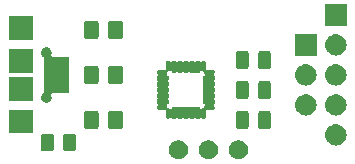
<source format=gbr>
G04 #@! TF.GenerationSoftware,KiCad,Pcbnew,5.0.2-bee76a0~70~ubuntu16.04.1*
G04 #@! TF.CreationDate,2019-07-30T14:22:58+02:00*
G04 #@! TF.ProjectId,hw-DAP42,68772d44-4150-4343-922e-6b696361645f,rev?*
G04 #@! TF.SameCoordinates,Original*
G04 #@! TF.FileFunction,Soldermask,Top*
G04 #@! TF.FilePolarity,Negative*
%FSLAX46Y46*%
G04 Gerber Fmt 4.6, Leading zero omitted, Abs format (unit mm)*
G04 Created by KiCad (PCBNEW 5.0.2-bee76a0~70~ubuntu16.04.1) date Tue 30 Jul 2019 02:22:58 PM CEST*
%MOMM*%
%LPD*%
G01*
G04 APERTURE LIST*
%ADD10C,0.100000*%
G04 APERTURE END LIST*
D10*
G36*
X152002142Y-94468242D02*
X152150102Y-94529530D01*
X152217130Y-94574317D01*
X152283257Y-94618501D01*
X152396499Y-94731743D01*
X152397191Y-94732779D01*
X152485470Y-94864898D01*
X152546758Y-95012858D01*
X152578000Y-95169925D01*
X152578000Y-95330075D01*
X152546758Y-95487142D01*
X152485470Y-95635102D01*
X152396498Y-95768258D01*
X152283258Y-95881498D01*
X152150102Y-95970470D01*
X152002142Y-96031758D01*
X151845075Y-96063000D01*
X151684925Y-96063000D01*
X151527858Y-96031758D01*
X151379898Y-95970470D01*
X151246742Y-95881498D01*
X151133502Y-95768258D01*
X151044530Y-95635102D01*
X150983242Y-95487142D01*
X150952000Y-95330075D01*
X150952000Y-95169925D01*
X150983242Y-95012858D01*
X151044530Y-94864898D01*
X151132809Y-94732779D01*
X151133501Y-94731743D01*
X151246743Y-94618501D01*
X151312870Y-94574317D01*
X151379898Y-94529530D01*
X151527858Y-94468242D01*
X151684925Y-94437000D01*
X151845075Y-94437000D01*
X152002142Y-94468242D01*
X152002142Y-94468242D01*
G37*
G36*
X157082142Y-94468242D02*
X157230102Y-94529530D01*
X157297130Y-94574317D01*
X157363257Y-94618501D01*
X157476499Y-94731743D01*
X157477191Y-94732779D01*
X157565470Y-94864898D01*
X157626758Y-95012858D01*
X157658000Y-95169925D01*
X157658000Y-95330075D01*
X157626758Y-95487142D01*
X157565470Y-95635102D01*
X157476498Y-95768258D01*
X157363258Y-95881498D01*
X157230102Y-95970470D01*
X157082142Y-96031758D01*
X156925075Y-96063000D01*
X156764925Y-96063000D01*
X156607858Y-96031758D01*
X156459898Y-95970470D01*
X156326742Y-95881498D01*
X156213502Y-95768258D01*
X156124530Y-95635102D01*
X156063242Y-95487142D01*
X156032000Y-95330075D01*
X156032000Y-95169925D01*
X156063242Y-95012858D01*
X156124530Y-94864898D01*
X156212809Y-94732779D01*
X156213501Y-94731743D01*
X156326743Y-94618501D01*
X156392870Y-94574317D01*
X156459898Y-94529530D01*
X156607858Y-94468242D01*
X156764925Y-94437000D01*
X156925075Y-94437000D01*
X157082142Y-94468242D01*
X157082142Y-94468242D01*
G37*
G36*
X154542142Y-94468242D02*
X154690102Y-94529530D01*
X154757130Y-94574317D01*
X154823257Y-94618501D01*
X154936499Y-94731743D01*
X154937191Y-94732779D01*
X155025470Y-94864898D01*
X155086758Y-95012858D01*
X155118000Y-95169925D01*
X155118000Y-95330075D01*
X155086758Y-95487142D01*
X155025470Y-95635102D01*
X154936498Y-95768258D01*
X154823258Y-95881498D01*
X154690102Y-95970470D01*
X154542142Y-96031758D01*
X154385075Y-96063000D01*
X154224925Y-96063000D01*
X154067858Y-96031758D01*
X153919898Y-95970470D01*
X153786742Y-95881498D01*
X153673502Y-95768258D01*
X153584530Y-95635102D01*
X153523242Y-95487142D01*
X153492000Y-95330075D01*
X153492000Y-95169925D01*
X153523242Y-95012858D01*
X153584530Y-94864898D01*
X153672809Y-94732779D01*
X153673501Y-94731743D01*
X153786743Y-94618501D01*
X153852870Y-94574317D01*
X153919898Y-94529530D01*
X154067858Y-94468242D01*
X154224925Y-94437000D01*
X154385075Y-94437000D01*
X154542142Y-94468242D01*
X154542142Y-94468242D01*
G37*
G36*
X142914466Y-93868565D02*
X142953137Y-93880296D01*
X142988779Y-93899348D01*
X143020017Y-93924983D01*
X143045652Y-93956221D01*
X143064704Y-93991863D01*
X143076435Y-94030534D01*
X143081000Y-94076888D01*
X143081000Y-95153112D01*
X143076435Y-95199466D01*
X143064704Y-95238137D01*
X143045652Y-95273779D01*
X143020017Y-95305017D01*
X142988779Y-95330652D01*
X142953137Y-95349704D01*
X142914466Y-95361435D01*
X142868112Y-95366000D01*
X142216888Y-95366000D01*
X142170534Y-95361435D01*
X142131863Y-95349704D01*
X142096221Y-95330652D01*
X142064983Y-95305017D01*
X142039348Y-95273779D01*
X142020296Y-95238137D01*
X142008565Y-95199466D01*
X142004000Y-95153112D01*
X142004000Y-94076888D01*
X142008565Y-94030534D01*
X142020296Y-93991863D01*
X142039348Y-93956221D01*
X142064983Y-93924983D01*
X142096221Y-93899348D01*
X142131863Y-93880296D01*
X142170534Y-93868565D01*
X142216888Y-93864000D01*
X142868112Y-93864000D01*
X142914466Y-93868565D01*
X142914466Y-93868565D01*
G37*
G36*
X141039466Y-93868565D02*
X141078137Y-93880296D01*
X141113779Y-93899348D01*
X141145017Y-93924983D01*
X141170652Y-93956221D01*
X141189704Y-93991863D01*
X141201435Y-94030534D01*
X141206000Y-94076888D01*
X141206000Y-95153112D01*
X141201435Y-95199466D01*
X141189704Y-95238137D01*
X141170652Y-95273779D01*
X141145017Y-95305017D01*
X141113779Y-95330652D01*
X141078137Y-95349704D01*
X141039466Y-95361435D01*
X140993112Y-95366000D01*
X140341888Y-95366000D01*
X140295534Y-95361435D01*
X140256863Y-95349704D01*
X140221221Y-95330652D01*
X140189983Y-95305017D01*
X140164348Y-95273779D01*
X140145296Y-95238137D01*
X140133565Y-95199466D01*
X140129000Y-95153112D01*
X140129000Y-94076888D01*
X140133565Y-94030534D01*
X140145296Y-93991863D01*
X140164348Y-93956221D01*
X140189983Y-93924983D01*
X140221221Y-93899348D01*
X140256863Y-93880296D01*
X140295534Y-93868565D01*
X140341888Y-93864000D01*
X140993112Y-93864000D01*
X141039466Y-93868565D01*
X141039466Y-93868565D01*
G37*
G36*
X165210443Y-93085519D02*
X165276627Y-93092037D01*
X165389853Y-93126384D01*
X165446467Y-93143557D01*
X165531160Y-93188827D01*
X165602991Y-93227222D01*
X165628445Y-93248112D01*
X165740186Y-93339814D01*
X165810630Y-93425652D01*
X165852778Y-93477009D01*
X165852779Y-93477011D01*
X165936443Y-93633533D01*
X165936443Y-93633534D01*
X165987963Y-93803373D01*
X166005359Y-93980000D01*
X165987963Y-94156627D01*
X165953616Y-94269853D01*
X165936443Y-94326467D01*
X165877361Y-94437000D01*
X165852778Y-94482991D01*
X165823448Y-94518729D01*
X165740186Y-94620186D01*
X165638729Y-94703448D01*
X165602991Y-94732778D01*
X165602989Y-94732779D01*
X165446467Y-94816443D01*
X165389853Y-94833616D01*
X165276627Y-94867963D01*
X165210443Y-94874481D01*
X165144260Y-94881000D01*
X165055740Y-94881000D01*
X164989557Y-94874481D01*
X164923373Y-94867963D01*
X164810147Y-94833616D01*
X164753533Y-94816443D01*
X164597011Y-94732779D01*
X164597009Y-94732778D01*
X164561271Y-94703448D01*
X164459814Y-94620186D01*
X164376552Y-94518729D01*
X164347222Y-94482991D01*
X164322639Y-94437000D01*
X164263557Y-94326467D01*
X164246384Y-94269853D01*
X164212037Y-94156627D01*
X164194641Y-93980000D01*
X164212037Y-93803373D01*
X164263557Y-93633534D01*
X164263557Y-93633533D01*
X164347221Y-93477011D01*
X164347222Y-93477009D01*
X164389370Y-93425652D01*
X164459814Y-93339814D01*
X164571555Y-93248112D01*
X164597009Y-93227222D01*
X164668840Y-93188827D01*
X164753533Y-93143557D01*
X164810147Y-93126384D01*
X164923373Y-93092037D01*
X164989557Y-93085519D01*
X165055740Y-93079000D01*
X165144260Y-93079000D01*
X165210443Y-93085519D01*
X165210443Y-93085519D01*
G37*
G36*
X139429690Y-93849390D02*
X137430310Y-93849390D01*
X137430310Y-91850010D01*
X139429690Y-91850010D01*
X139429690Y-93849390D01*
X139429690Y-93849390D01*
G37*
G36*
X146903677Y-91963465D02*
X146941364Y-91974898D01*
X146976103Y-91993466D01*
X147006548Y-92018452D01*
X147031534Y-92048897D01*
X147050102Y-92083636D01*
X147061535Y-92121323D01*
X147066000Y-92166661D01*
X147066000Y-93253339D01*
X147061535Y-93298677D01*
X147050102Y-93336364D01*
X147031534Y-93371103D01*
X147006548Y-93401548D01*
X146976103Y-93426534D01*
X146941364Y-93445102D01*
X146903677Y-93456535D01*
X146858339Y-93461000D01*
X146021661Y-93461000D01*
X145976323Y-93456535D01*
X145938636Y-93445102D01*
X145903897Y-93426534D01*
X145873452Y-93401548D01*
X145848466Y-93371103D01*
X145829898Y-93336364D01*
X145818465Y-93298677D01*
X145814000Y-93253339D01*
X145814000Y-92166661D01*
X145818465Y-92121323D01*
X145829898Y-92083636D01*
X145848466Y-92048897D01*
X145873452Y-92018452D01*
X145903897Y-91993466D01*
X145938636Y-91974898D01*
X145976323Y-91963465D01*
X146021661Y-91959000D01*
X146858339Y-91959000D01*
X146903677Y-91963465D01*
X146903677Y-91963465D01*
G37*
G36*
X159424466Y-91963565D02*
X159463137Y-91975296D01*
X159498779Y-91994348D01*
X159530017Y-92019983D01*
X159555652Y-92051221D01*
X159574704Y-92086863D01*
X159586435Y-92125534D01*
X159591000Y-92171888D01*
X159591000Y-93248112D01*
X159586435Y-93294466D01*
X159574704Y-93333137D01*
X159555652Y-93368779D01*
X159530017Y-93400017D01*
X159498779Y-93425652D01*
X159463137Y-93444704D01*
X159424466Y-93456435D01*
X159378112Y-93461000D01*
X158726888Y-93461000D01*
X158680534Y-93456435D01*
X158641863Y-93444704D01*
X158606221Y-93425652D01*
X158574983Y-93400017D01*
X158549348Y-93368779D01*
X158530296Y-93333137D01*
X158518565Y-93294466D01*
X158514000Y-93248112D01*
X158514000Y-92171888D01*
X158518565Y-92125534D01*
X158530296Y-92086863D01*
X158549348Y-92051221D01*
X158574983Y-92019983D01*
X158606221Y-91994348D01*
X158641863Y-91975296D01*
X158680534Y-91963565D01*
X158726888Y-91959000D01*
X159378112Y-91959000D01*
X159424466Y-91963565D01*
X159424466Y-91963565D01*
G37*
G36*
X157549466Y-91963565D02*
X157588137Y-91975296D01*
X157623779Y-91994348D01*
X157655017Y-92019983D01*
X157680652Y-92051221D01*
X157699704Y-92086863D01*
X157711435Y-92125534D01*
X157716000Y-92171888D01*
X157716000Y-93248112D01*
X157711435Y-93294466D01*
X157699704Y-93333137D01*
X157680652Y-93368779D01*
X157655017Y-93400017D01*
X157623779Y-93425652D01*
X157588137Y-93444704D01*
X157549466Y-93456435D01*
X157503112Y-93461000D01*
X156851888Y-93461000D01*
X156805534Y-93456435D01*
X156766863Y-93444704D01*
X156731221Y-93425652D01*
X156699983Y-93400017D01*
X156674348Y-93368779D01*
X156655296Y-93333137D01*
X156643565Y-93294466D01*
X156639000Y-93248112D01*
X156639000Y-92171888D01*
X156643565Y-92125534D01*
X156655296Y-92086863D01*
X156674348Y-92051221D01*
X156699983Y-92019983D01*
X156731221Y-91994348D01*
X156766863Y-91975296D01*
X156805534Y-91963565D01*
X156851888Y-91959000D01*
X157503112Y-91959000D01*
X157549466Y-91963565D01*
X157549466Y-91963565D01*
G37*
G36*
X144853677Y-91963465D02*
X144891364Y-91974898D01*
X144926103Y-91993466D01*
X144956548Y-92018452D01*
X144981534Y-92048897D01*
X145000102Y-92083636D01*
X145011535Y-92121323D01*
X145016000Y-92166661D01*
X145016000Y-93253339D01*
X145011535Y-93298677D01*
X145000102Y-93336364D01*
X144981534Y-93371103D01*
X144956548Y-93401548D01*
X144926103Y-93426534D01*
X144891364Y-93445102D01*
X144853677Y-93456535D01*
X144808339Y-93461000D01*
X143971661Y-93461000D01*
X143926323Y-93456535D01*
X143888636Y-93445102D01*
X143853897Y-93426534D01*
X143823452Y-93401548D01*
X143798466Y-93371103D01*
X143779898Y-93336364D01*
X143768465Y-93298677D01*
X143764000Y-93253339D01*
X143764000Y-92166661D01*
X143768465Y-92121323D01*
X143779898Y-92083636D01*
X143798466Y-92048897D01*
X143823452Y-92018452D01*
X143853897Y-91993466D01*
X143888636Y-91974898D01*
X143926323Y-91963465D01*
X143971661Y-91959000D01*
X144808339Y-91959000D01*
X144853677Y-91963465D01*
X144853677Y-91963465D01*
G37*
G36*
X150987880Y-87743686D02*
X151007991Y-87747685D01*
X151012083Y-87749380D01*
X151012093Y-87749383D01*
X151021381Y-87753230D01*
X151021392Y-87753236D01*
X151025482Y-87754930D01*
X151041195Y-87765430D01*
X151042315Y-87766550D01*
X151061257Y-87782096D01*
X151082868Y-87793647D01*
X151106317Y-87800760D01*
X151130703Y-87803162D01*
X151155089Y-87800760D01*
X151178538Y-87793647D01*
X151200149Y-87782096D01*
X151219091Y-87766550D01*
X151227331Y-87757459D01*
X151231895Y-87751897D01*
X151235670Y-87748800D01*
X151239972Y-87746500D01*
X151244643Y-87745083D01*
X151255641Y-87744000D01*
X151544359Y-87744000D01*
X151555357Y-87745083D01*
X151560028Y-87746500D01*
X151564330Y-87748800D01*
X151570705Y-87754031D01*
X151591080Y-87767644D01*
X151613719Y-87777020D01*
X151637753Y-87781800D01*
X151662257Y-87781799D01*
X151686291Y-87777017D01*
X151708929Y-87767639D01*
X151729295Y-87754031D01*
X151735670Y-87748800D01*
X151739972Y-87746500D01*
X151744643Y-87745083D01*
X151755641Y-87744000D01*
X152044359Y-87744000D01*
X152055357Y-87745083D01*
X152060028Y-87746500D01*
X152064330Y-87748800D01*
X152070705Y-87754031D01*
X152091080Y-87767644D01*
X152113719Y-87777020D01*
X152137753Y-87781800D01*
X152162257Y-87781799D01*
X152186291Y-87777017D01*
X152208929Y-87767639D01*
X152229295Y-87754031D01*
X152235670Y-87748800D01*
X152239972Y-87746500D01*
X152244643Y-87745083D01*
X152255641Y-87744000D01*
X152544359Y-87744000D01*
X152555357Y-87745083D01*
X152560028Y-87746500D01*
X152564330Y-87748800D01*
X152570705Y-87754031D01*
X152591080Y-87767644D01*
X152613719Y-87777020D01*
X152637753Y-87781800D01*
X152662257Y-87781799D01*
X152686291Y-87777017D01*
X152708929Y-87767639D01*
X152729295Y-87754031D01*
X152735670Y-87748800D01*
X152739972Y-87746500D01*
X152744643Y-87745083D01*
X152755641Y-87744000D01*
X153044359Y-87744000D01*
X153055357Y-87745083D01*
X153060028Y-87746500D01*
X153064330Y-87748800D01*
X153070705Y-87754031D01*
X153091080Y-87767644D01*
X153113719Y-87777020D01*
X153137753Y-87781800D01*
X153162257Y-87781799D01*
X153186291Y-87777017D01*
X153208929Y-87767639D01*
X153229295Y-87754031D01*
X153235670Y-87748800D01*
X153239972Y-87746500D01*
X153244643Y-87745083D01*
X153255641Y-87744000D01*
X153544359Y-87744000D01*
X153555357Y-87745083D01*
X153560028Y-87746500D01*
X153564330Y-87748800D01*
X153568105Y-87751897D01*
X153572669Y-87757459D01*
X153589996Y-87774787D01*
X153610370Y-87788401D01*
X153633009Y-87797779D01*
X153657043Y-87802560D01*
X153681547Y-87802560D01*
X153705580Y-87797780D01*
X153728220Y-87788403D01*
X153748594Y-87774790D01*
X153757685Y-87766550D01*
X153758805Y-87765430D01*
X153774518Y-87754930D01*
X153778608Y-87753236D01*
X153778619Y-87753230D01*
X153787907Y-87749383D01*
X153787917Y-87749380D01*
X153792009Y-87747685D01*
X153812120Y-87743686D01*
X153823061Y-87743148D01*
X153976939Y-87743148D01*
X153987880Y-87743686D01*
X154007991Y-87747685D01*
X154012083Y-87749380D01*
X154012093Y-87749383D01*
X154021381Y-87753230D01*
X154021392Y-87753236D01*
X154025482Y-87754930D01*
X154041195Y-87765430D01*
X154054570Y-87778805D01*
X154065070Y-87794518D01*
X154066764Y-87798608D01*
X154066770Y-87798619D01*
X154070617Y-87807907D01*
X154070620Y-87807917D01*
X154072315Y-87812009D01*
X154076314Y-87832120D01*
X154076852Y-87843061D01*
X154076852Y-88368148D01*
X154079254Y-88392534D01*
X154086367Y-88415983D01*
X154097918Y-88437594D01*
X154113464Y-88456536D01*
X154132406Y-88472082D01*
X154154017Y-88483633D01*
X154177466Y-88490746D01*
X154201852Y-88493148D01*
X154726939Y-88493148D01*
X154737880Y-88493686D01*
X154757991Y-88497685D01*
X154762083Y-88499380D01*
X154762093Y-88499383D01*
X154771381Y-88503230D01*
X154771392Y-88503236D01*
X154775482Y-88504930D01*
X154791195Y-88515430D01*
X154804570Y-88528805D01*
X154815070Y-88544518D01*
X154816764Y-88548608D01*
X154816770Y-88548619D01*
X154820617Y-88557907D01*
X154820620Y-88557917D01*
X154822315Y-88562009D01*
X154826314Y-88582120D01*
X154826852Y-88593061D01*
X154826852Y-88746939D01*
X154826314Y-88757880D01*
X154822315Y-88777991D01*
X154820620Y-88782083D01*
X154820617Y-88782093D01*
X154816770Y-88791381D01*
X154816764Y-88791392D01*
X154815070Y-88795482D01*
X154804570Y-88811195D01*
X154803450Y-88812315D01*
X154787904Y-88831257D01*
X154776353Y-88852868D01*
X154769240Y-88876317D01*
X154766838Y-88900703D01*
X154769240Y-88925089D01*
X154776353Y-88948538D01*
X154787904Y-88970149D01*
X154803450Y-88989091D01*
X154812541Y-88997331D01*
X154818103Y-89001895D01*
X154821200Y-89005670D01*
X154823500Y-89009972D01*
X154824917Y-89014643D01*
X154826000Y-89025641D01*
X154826000Y-89314359D01*
X154824917Y-89325357D01*
X154823500Y-89330028D01*
X154821200Y-89334330D01*
X154815969Y-89340705D01*
X154802356Y-89361080D01*
X154792980Y-89383719D01*
X154788200Y-89407753D01*
X154788201Y-89432257D01*
X154792983Y-89456291D01*
X154802361Y-89478929D01*
X154815969Y-89499295D01*
X154821200Y-89505670D01*
X154823500Y-89509972D01*
X154824917Y-89514643D01*
X154826000Y-89525641D01*
X154826000Y-89814359D01*
X154824917Y-89825357D01*
X154823500Y-89830028D01*
X154821200Y-89834330D01*
X154815969Y-89840705D01*
X154802356Y-89861080D01*
X154792980Y-89883719D01*
X154788200Y-89907753D01*
X154788201Y-89932257D01*
X154792983Y-89956291D01*
X154802361Y-89978929D01*
X154815969Y-89999295D01*
X154821200Y-90005670D01*
X154823500Y-90009972D01*
X154824917Y-90014643D01*
X154826000Y-90025641D01*
X154826000Y-90314359D01*
X154824917Y-90325357D01*
X154823500Y-90330028D01*
X154821200Y-90334330D01*
X154815969Y-90340705D01*
X154802356Y-90361080D01*
X154792980Y-90383719D01*
X154788200Y-90407753D01*
X154788201Y-90432257D01*
X154792983Y-90456291D01*
X154802361Y-90478929D01*
X154815969Y-90499295D01*
X154821200Y-90505670D01*
X154823500Y-90509972D01*
X154824917Y-90514643D01*
X154826000Y-90525641D01*
X154826000Y-90814359D01*
X154824917Y-90825357D01*
X154823500Y-90830028D01*
X154821200Y-90834330D01*
X154815969Y-90840705D01*
X154802356Y-90861080D01*
X154792980Y-90883719D01*
X154788200Y-90907753D01*
X154788201Y-90932257D01*
X154792983Y-90956291D01*
X154802361Y-90978929D01*
X154815969Y-90999295D01*
X154821200Y-91005670D01*
X154823500Y-91009972D01*
X154824917Y-91014643D01*
X154826000Y-91025641D01*
X154826000Y-91314359D01*
X154824917Y-91325357D01*
X154823500Y-91330028D01*
X154821200Y-91334330D01*
X154818103Y-91338105D01*
X154812541Y-91342669D01*
X154795213Y-91359996D01*
X154781599Y-91380370D01*
X154772221Y-91403009D01*
X154767440Y-91427043D01*
X154767440Y-91451547D01*
X154772220Y-91475580D01*
X154781597Y-91498220D01*
X154795210Y-91518594D01*
X154803450Y-91527685D01*
X154804570Y-91528805D01*
X154815070Y-91544518D01*
X154816764Y-91548608D01*
X154816770Y-91548619D01*
X154820617Y-91557907D01*
X154820620Y-91557917D01*
X154822315Y-91562009D01*
X154826314Y-91582120D01*
X154826852Y-91593061D01*
X154826852Y-91746939D01*
X154826314Y-91757880D01*
X154822315Y-91777991D01*
X154820620Y-91782083D01*
X154820617Y-91782093D01*
X154816770Y-91791381D01*
X154816764Y-91791392D01*
X154815070Y-91795482D01*
X154804570Y-91811195D01*
X154791195Y-91824570D01*
X154775482Y-91835070D01*
X154771392Y-91836764D01*
X154771381Y-91836770D01*
X154762093Y-91840617D01*
X154762083Y-91840620D01*
X154757991Y-91842315D01*
X154737880Y-91846314D01*
X154726939Y-91846852D01*
X154201852Y-91846852D01*
X154177466Y-91849254D01*
X154154017Y-91856367D01*
X154132406Y-91867918D01*
X154113464Y-91883464D01*
X154097918Y-91902406D01*
X154086367Y-91924017D01*
X154079254Y-91947466D01*
X154076852Y-91971852D01*
X154076852Y-92496939D01*
X154076314Y-92507880D01*
X154072315Y-92527991D01*
X154070620Y-92532083D01*
X154070617Y-92532093D01*
X154066770Y-92541381D01*
X154066764Y-92541392D01*
X154065070Y-92545482D01*
X154054570Y-92561195D01*
X154041195Y-92574570D01*
X154025482Y-92585070D01*
X154021392Y-92586764D01*
X154021381Y-92586770D01*
X154012093Y-92590617D01*
X154012083Y-92590620D01*
X154007991Y-92592315D01*
X153987880Y-92596314D01*
X153976939Y-92596852D01*
X153823061Y-92596852D01*
X153812120Y-92596314D01*
X153792009Y-92592315D01*
X153787917Y-92590620D01*
X153787907Y-92590617D01*
X153778619Y-92586770D01*
X153778608Y-92586764D01*
X153774518Y-92585070D01*
X153758805Y-92574570D01*
X153757685Y-92573450D01*
X153738743Y-92557904D01*
X153717132Y-92546353D01*
X153693683Y-92539240D01*
X153669297Y-92536838D01*
X153644911Y-92539240D01*
X153621462Y-92546353D01*
X153599851Y-92557904D01*
X153580909Y-92573450D01*
X153572669Y-92582541D01*
X153568105Y-92588103D01*
X153564330Y-92591200D01*
X153560028Y-92593500D01*
X153555357Y-92594917D01*
X153544359Y-92596000D01*
X153255641Y-92596000D01*
X153244643Y-92594917D01*
X153239972Y-92593500D01*
X153235670Y-92591200D01*
X153229295Y-92585969D01*
X153208920Y-92572356D01*
X153186281Y-92562980D01*
X153162247Y-92558200D01*
X153137743Y-92558201D01*
X153113709Y-92562983D01*
X153091071Y-92572361D01*
X153070705Y-92585969D01*
X153064330Y-92591200D01*
X153060028Y-92593500D01*
X153055357Y-92594917D01*
X153044359Y-92596000D01*
X152755641Y-92596000D01*
X152744643Y-92594917D01*
X152739972Y-92593500D01*
X152735670Y-92591200D01*
X152729295Y-92585969D01*
X152708920Y-92572356D01*
X152686281Y-92562980D01*
X152662247Y-92558200D01*
X152637743Y-92558201D01*
X152613709Y-92562983D01*
X152591071Y-92572361D01*
X152570705Y-92585969D01*
X152564330Y-92591200D01*
X152560028Y-92593500D01*
X152555357Y-92594917D01*
X152544359Y-92596000D01*
X152255641Y-92596000D01*
X152244643Y-92594917D01*
X152239972Y-92593500D01*
X152235670Y-92591200D01*
X152229295Y-92585969D01*
X152208920Y-92572356D01*
X152186281Y-92562980D01*
X152162247Y-92558200D01*
X152137743Y-92558201D01*
X152113709Y-92562983D01*
X152091071Y-92572361D01*
X152070705Y-92585969D01*
X152064330Y-92591200D01*
X152060028Y-92593500D01*
X152055357Y-92594917D01*
X152044359Y-92596000D01*
X151755641Y-92596000D01*
X151744643Y-92594917D01*
X151739972Y-92593500D01*
X151735670Y-92591200D01*
X151729295Y-92585969D01*
X151708920Y-92572356D01*
X151686281Y-92562980D01*
X151662247Y-92558200D01*
X151637743Y-92558201D01*
X151613709Y-92562983D01*
X151591071Y-92572361D01*
X151570705Y-92585969D01*
X151564330Y-92591200D01*
X151560028Y-92593500D01*
X151555357Y-92594917D01*
X151544359Y-92596000D01*
X151255641Y-92596000D01*
X151244643Y-92594917D01*
X151239972Y-92593500D01*
X151235670Y-92591200D01*
X151231895Y-92588103D01*
X151227331Y-92582541D01*
X151210004Y-92565213D01*
X151189630Y-92551599D01*
X151166991Y-92542221D01*
X151142957Y-92537440D01*
X151118453Y-92537440D01*
X151094420Y-92542220D01*
X151071780Y-92551597D01*
X151051406Y-92565210D01*
X151042315Y-92573450D01*
X151041195Y-92574570D01*
X151025482Y-92585070D01*
X151021392Y-92586764D01*
X151021381Y-92586770D01*
X151012093Y-92590617D01*
X151012083Y-92590620D01*
X151007991Y-92592315D01*
X150987880Y-92596314D01*
X150976939Y-92596852D01*
X150823061Y-92596852D01*
X150812120Y-92596314D01*
X150792009Y-92592315D01*
X150787917Y-92590620D01*
X150787907Y-92590617D01*
X150778619Y-92586770D01*
X150778608Y-92586764D01*
X150774518Y-92585070D01*
X150758805Y-92574570D01*
X150745430Y-92561195D01*
X150734930Y-92545482D01*
X150733236Y-92541392D01*
X150733230Y-92541381D01*
X150729383Y-92532093D01*
X150729380Y-92532083D01*
X150727685Y-92527991D01*
X150723686Y-92507880D01*
X150723148Y-92496939D01*
X150723148Y-91971852D01*
X150720746Y-91947466D01*
X150713633Y-91924017D01*
X150702082Y-91902406D01*
X150686536Y-91883464D01*
X150667594Y-91867918D01*
X150645983Y-91856367D01*
X150622534Y-91849254D01*
X150598148Y-91846852D01*
X150073061Y-91846852D01*
X150062120Y-91846314D01*
X150042009Y-91842315D01*
X150037917Y-91840620D01*
X150037907Y-91840617D01*
X150028619Y-91836770D01*
X150028608Y-91836764D01*
X150024518Y-91835070D01*
X150008805Y-91824570D01*
X149995430Y-91811195D01*
X149984930Y-91795482D01*
X149983236Y-91791392D01*
X149983230Y-91791381D01*
X149979383Y-91782093D01*
X149979380Y-91782083D01*
X149977685Y-91777991D01*
X149973686Y-91757880D01*
X149973148Y-91746939D01*
X149973148Y-91593061D01*
X149973686Y-91582120D01*
X149977685Y-91562009D01*
X149979380Y-91557917D01*
X149979383Y-91557907D01*
X149983230Y-91548619D01*
X149983236Y-91548608D01*
X149984930Y-91544518D01*
X149995430Y-91528805D01*
X149996550Y-91527685D01*
X150012096Y-91508743D01*
X150023647Y-91487132D01*
X150030760Y-91463683D01*
X150033162Y-91439297D01*
X150030760Y-91414911D01*
X150023647Y-91391462D01*
X150012096Y-91369851D01*
X149996550Y-91350909D01*
X149987459Y-91342669D01*
X149981897Y-91338105D01*
X149978800Y-91334330D01*
X149976500Y-91330028D01*
X149975083Y-91325357D01*
X149974000Y-91314359D01*
X149974000Y-91025641D01*
X149975083Y-91014643D01*
X149976500Y-91009972D01*
X149978800Y-91005670D01*
X149984031Y-90999295D01*
X149997644Y-90978920D01*
X150007020Y-90956281D01*
X150011800Y-90932247D01*
X150011799Y-90907743D01*
X150007017Y-90883709D01*
X149997639Y-90861071D01*
X149984031Y-90840705D01*
X149978800Y-90834330D01*
X149976500Y-90830028D01*
X149975083Y-90825357D01*
X149974000Y-90814359D01*
X149974000Y-90525641D01*
X149975083Y-90514643D01*
X149976500Y-90509972D01*
X149978800Y-90505670D01*
X149984031Y-90499295D01*
X149997644Y-90478920D01*
X150007020Y-90456281D01*
X150011800Y-90432247D01*
X150011799Y-90407743D01*
X150007017Y-90383709D01*
X149997639Y-90361071D01*
X149984031Y-90340705D01*
X149978800Y-90334330D01*
X149976500Y-90330028D01*
X149975083Y-90325357D01*
X149974000Y-90314359D01*
X149974000Y-90025641D01*
X149975083Y-90014643D01*
X149976500Y-90009972D01*
X149978800Y-90005670D01*
X149984031Y-89999295D01*
X149997644Y-89978920D01*
X150007020Y-89956281D01*
X150011800Y-89932247D01*
X150011799Y-89907743D01*
X150007017Y-89883709D01*
X149997639Y-89861071D01*
X149984031Y-89840705D01*
X149978800Y-89834330D01*
X149976500Y-89830028D01*
X149975083Y-89825357D01*
X149974000Y-89814359D01*
X149974000Y-89525641D01*
X149975083Y-89514643D01*
X149976500Y-89509972D01*
X149978800Y-89505670D01*
X149984031Y-89499295D01*
X149997644Y-89478920D01*
X150007020Y-89456281D01*
X150011800Y-89432247D01*
X150011799Y-89407743D01*
X150007017Y-89383709D01*
X149997639Y-89361071D01*
X149984031Y-89340705D01*
X149978800Y-89334330D01*
X149976500Y-89330028D01*
X149975083Y-89325357D01*
X149974000Y-89314359D01*
X149974000Y-89025641D01*
X149975083Y-89014643D01*
X149976500Y-89009972D01*
X149978800Y-89005670D01*
X149981897Y-89001895D01*
X149987459Y-88997331D01*
X150004787Y-88980004D01*
X150018401Y-88959630D01*
X150027779Y-88936991D01*
X150032560Y-88912957D01*
X150032560Y-88888453D01*
X150028691Y-88868998D01*
X150796282Y-88868998D01*
X150798683Y-88893384D01*
X150805796Y-88916833D01*
X150817347Y-88938444D01*
X150832892Y-88957387D01*
X150851834Y-88972932D01*
X150873445Y-88984484D01*
X150896894Y-88991598D01*
X150913265Y-88993210D01*
X150913247Y-88993398D01*
X150930357Y-88995083D01*
X150935028Y-88996500D01*
X150939330Y-88998800D01*
X150943104Y-89001896D01*
X150946200Y-89005670D01*
X150948500Y-89009972D01*
X150949917Y-89014643D01*
X150951000Y-89025641D01*
X150951000Y-89314359D01*
X150949917Y-89325357D01*
X150948500Y-89330028D01*
X150946200Y-89334330D01*
X150940969Y-89340705D01*
X150927356Y-89361080D01*
X150917980Y-89383719D01*
X150913200Y-89407753D01*
X150913201Y-89432257D01*
X150917983Y-89456291D01*
X150927361Y-89478929D01*
X150940969Y-89499295D01*
X150946200Y-89505670D01*
X150948500Y-89509972D01*
X150949917Y-89514643D01*
X150951000Y-89525641D01*
X150951000Y-89814359D01*
X150949917Y-89825357D01*
X150948500Y-89830028D01*
X150946200Y-89834330D01*
X150940969Y-89840705D01*
X150927356Y-89861080D01*
X150917980Y-89883719D01*
X150913200Y-89907753D01*
X150913201Y-89932257D01*
X150917983Y-89956291D01*
X150927361Y-89978929D01*
X150940969Y-89999295D01*
X150946200Y-90005670D01*
X150948500Y-90009972D01*
X150949917Y-90014643D01*
X150951000Y-90025641D01*
X150951000Y-90314359D01*
X150949917Y-90325357D01*
X150948500Y-90330028D01*
X150946200Y-90334330D01*
X150940969Y-90340705D01*
X150927356Y-90361080D01*
X150917980Y-90383719D01*
X150913200Y-90407753D01*
X150913201Y-90432257D01*
X150917983Y-90456291D01*
X150927361Y-90478929D01*
X150940969Y-90499295D01*
X150946200Y-90505670D01*
X150948500Y-90509972D01*
X150949917Y-90514643D01*
X150951000Y-90525641D01*
X150951000Y-90814359D01*
X150949917Y-90825357D01*
X150948500Y-90830028D01*
X150946200Y-90834330D01*
X150940969Y-90840705D01*
X150927356Y-90861080D01*
X150917980Y-90883719D01*
X150913200Y-90907753D01*
X150913201Y-90932257D01*
X150917983Y-90956291D01*
X150927361Y-90978929D01*
X150940969Y-90999295D01*
X150946200Y-91005670D01*
X150948500Y-91009972D01*
X150949917Y-91014643D01*
X150951000Y-91025641D01*
X150951000Y-91314359D01*
X150949917Y-91325357D01*
X150948500Y-91330028D01*
X150946200Y-91334330D01*
X150943104Y-91338104D01*
X150939330Y-91341200D01*
X150935028Y-91343500D01*
X150930357Y-91344917D01*
X150913247Y-91346602D01*
X150913265Y-91346790D01*
X150896896Y-91348402D01*
X150873447Y-91355515D01*
X150851836Y-91367066D01*
X150832894Y-91382612D01*
X150817348Y-91401554D01*
X150805797Y-91423165D01*
X150798684Y-91446614D01*
X150796282Y-91471000D01*
X150798684Y-91495386D01*
X150805797Y-91518835D01*
X150817350Y-91540448D01*
X150820070Y-91544518D01*
X150821764Y-91548608D01*
X150821770Y-91548619D01*
X150825617Y-91557907D01*
X150825620Y-91557917D01*
X150827315Y-91562009D01*
X150831314Y-91582120D01*
X150831852Y-91593061D01*
X150831852Y-91613148D01*
X150834254Y-91637534D01*
X150841367Y-91660983D01*
X150852918Y-91682594D01*
X150868464Y-91701536D01*
X150887406Y-91717082D01*
X150909017Y-91728633D01*
X150932466Y-91735746D01*
X150956852Y-91738148D01*
X150976939Y-91738148D01*
X150987880Y-91738686D01*
X151007991Y-91742685D01*
X151012083Y-91744380D01*
X151012093Y-91744383D01*
X151021381Y-91748230D01*
X151021392Y-91748236D01*
X151025482Y-91749930D01*
X151029552Y-91752650D01*
X151051163Y-91764202D01*
X151074612Y-91771316D01*
X151098998Y-91773718D01*
X151123384Y-91771317D01*
X151146833Y-91764204D01*
X151168444Y-91752653D01*
X151187387Y-91737108D01*
X151202932Y-91718166D01*
X151214484Y-91696555D01*
X151221598Y-91673106D01*
X151223210Y-91656735D01*
X151223398Y-91656753D01*
X151225083Y-91639643D01*
X151226500Y-91634972D01*
X151228800Y-91630670D01*
X151231896Y-91626896D01*
X151235670Y-91623800D01*
X151239972Y-91621500D01*
X151244643Y-91620083D01*
X151255641Y-91619000D01*
X151544359Y-91619000D01*
X151555357Y-91620083D01*
X151560028Y-91621500D01*
X151564330Y-91623800D01*
X151570705Y-91629031D01*
X151591080Y-91642644D01*
X151613719Y-91652020D01*
X151637753Y-91656800D01*
X151662257Y-91656799D01*
X151686291Y-91652017D01*
X151708929Y-91642639D01*
X151729295Y-91629031D01*
X151735670Y-91623800D01*
X151739972Y-91621500D01*
X151744643Y-91620083D01*
X151755641Y-91619000D01*
X152044359Y-91619000D01*
X152055357Y-91620083D01*
X152060028Y-91621500D01*
X152064330Y-91623800D01*
X152070705Y-91629031D01*
X152091080Y-91642644D01*
X152113719Y-91652020D01*
X152137753Y-91656800D01*
X152162257Y-91656799D01*
X152186291Y-91652017D01*
X152208929Y-91642639D01*
X152229295Y-91629031D01*
X152235670Y-91623800D01*
X152239972Y-91621500D01*
X152244643Y-91620083D01*
X152255641Y-91619000D01*
X152544359Y-91619000D01*
X152555357Y-91620083D01*
X152560028Y-91621500D01*
X152564330Y-91623800D01*
X152570705Y-91629031D01*
X152591080Y-91642644D01*
X152613719Y-91652020D01*
X152637753Y-91656800D01*
X152662257Y-91656799D01*
X152686291Y-91652017D01*
X152708929Y-91642639D01*
X152729295Y-91629031D01*
X152735670Y-91623800D01*
X152739972Y-91621500D01*
X152744643Y-91620083D01*
X152755641Y-91619000D01*
X153044359Y-91619000D01*
X153055357Y-91620083D01*
X153060028Y-91621500D01*
X153064330Y-91623800D01*
X153070705Y-91629031D01*
X153091080Y-91642644D01*
X153113719Y-91652020D01*
X153137753Y-91656800D01*
X153162257Y-91656799D01*
X153186291Y-91652017D01*
X153208929Y-91642639D01*
X153229295Y-91629031D01*
X153235670Y-91623800D01*
X153239972Y-91621500D01*
X153244643Y-91620083D01*
X153255641Y-91619000D01*
X153544359Y-91619000D01*
X153555357Y-91620083D01*
X153560028Y-91621500D01*
X153564330Y-91623800D01*
X153568104Y-91626896D01*
X153571200Y-91630670D01*
X153573500Y-91634972D01*
X153574917Y-91639643D01*
X153576602Y-91656753D01*
X153576790Y-91656735D01*
X153578402Y-91673104D01*
X153585515Y-91696553D01*
X153597066Y-91718164D01*
X153612612Y-91737106D01*
X153631554Y-91752652D01*
X153653165Y-91764203D01*
X153676614Y-91771316D01*
X153701000Y-91773718D01*
X153725386Y-91771316D01*
X153748835Y-91764203D01*
X153770448Y-91752650D01*
X153774518Y-91749930D01*
X153778608Y-91748236D01*
X153778619Y-91748230D01*
X153787907Y-91744383D01*
X153787917Y-91744380D01*
X153792009Y-91742685D01*
X153812120Y-91738686D01*
X153823061Y-91738148D01*
X153843148Y-91738148D01*
X153867534Y-91735746D01*
X153890983Y-91728633D01*
X153912594Y-91717082D01*
X153931536Y-91701536D01*
X153947082Y-91682594D01*
X153958633Y-91660983D01*
X153965746Y-91637534D01*
X153968148Y-91613148D01*
X153968148Y-91593061D01*
X153968686Y-91582120D01*
X153972685Y-91562009D01*
X153974380Y-91557917D01*
X153974383Y-91557907D01*
X153978230Y-91548619D01*
X153978236Y-91548608D01*
X153979930Y-91544518D01*
X153982650Y-91540448D01*
X153994202Y-91518837D01*
X154001316Y-91495388D01*
X154003718Y-91471002D01*
X154001317Y-91446616D01*
X153994204Y-91423167D01*
X153982653Y-91401556D01*
X153967108Y-91382613D01*
X153948166Y-91367068D01*
X153926555Y-91355516D01*
X153903106Y-91348402D01*
X153886735Y-91346790D01*
X153886753Y-91346602D01*
X153869643Y-91344917D01*
X153864972Y-91343500D01*
X153860670Y-91341200D01*
X153856896Y-91338104D01*
X153853800Y-91334330D01*
X153851500Y-91330028D01*
X153850083Y-91325357D01*
X153849000Y-91314359D01*
X153849000Y-91025641D01*
X153850083Y-91014643D01*
X153851500Y-91009972D01*
X153853800Y-91005670D01*
X153859031Y-90999295D01*
X153872644Y-90978920D01*
X153882020Y-90956281D01*
X153886800Y-90932247D01*
X153886799Y-90907743D01*
X153882017Y-90883709D01*
X153872639Y-90861071D01*
X153859031Y-90840705D01*
X153853800Y-90834330D01*
X153851500Y-90830028D01*
X153850083Y-90825357D01*
X153849000Y-90814359D01*
X153849000Y-90525641D01*
X153850083Y-90514643D01*
X153851500Y-90509972D01*
X153853800Y-90505670D01*
X153859031Y-90499295D01*
X153872644Y-90478920D01*
X153882020Y-90456281D01*
X153886800Y-90432247D01*
X153886799Y-90407743D01*
X153882017Y-90383709D01*
X153872639Y-90361071D01*
X153859031Y-90340705D01*
X153853800Y-90334330D01*
X153851500Y-90330028D01*
X153850083Y-90325357D01*
X153849000Y-90314359D01*
X153849000Y-90025641D01*
X153850083Y-90014643D01*
X153851500Y-90009972D01*
X153853800Y-90005670D01*
X153859031Y-89999295D01*
X153872644Y-89978920D01*
X153882020Y-89956281D01*
X153886800Y-89932247D01*
X153886799Y-89907743D01*
X153882017Y-89883709D01*
X153872639Y-89861071D01*
X153859031Y-89840705D01*
X153853800Y-89834330D01*
X153851500Y-89830028D01*
X153850083Y-89825357D01*
X153849000Y-89814359D01*
X153849000Y-89525641D01*
X153850083Y-89514643D01*
X153851500Y-89509972D01*
X153853800Y-89505670D01*
X153859031Y-89499295D01*
X153872644Y-89478920D01*
X153882020Y-89456281D01*
X153886800Y-89432247D01*
X153886799Y-89407743D01*
X153882017Y-89383709D01*
X153872639Y-89361071D01*
X153859031Y-89340705D01*
X153853800Y-89334330D01*
X153851500Y-89330028D01*
X153850083Y-89325357D01*
X153849000Y-89314359D01*
X153849000Y-89025641D01*
X153850083Y-89014643D01*
X153851500Y-89009972D01*
X153853800Y-89005670D01*
X153856896Y-89001896D01*
X153860670Y-88998800D01*
X153864972Y-88996500D01*
X153869643Y-88995083D01*
X153886753Y-88993398D01*
X153886735Y-88993210D01*
X153903104Y-88991598D01*
X153926553Y-88984485D01*
X153948164Y-88972934D01*
X153967106Y-88957388D01*
X153982652Y-88938446D01*
X153994203Y-88916835D01*
X154001316Y-88893386D01*
X154003718Y-88869000D01*
X154001316Y-88844614D01*
X153994203Y-88821165D01*
X153982650Y-88799552D01*
X153979930Y-88795482D01*
X153978236Y-88791392D01*
X153978230Y-88791381D01*
X153974383Y-88782093D01*
X153974380Y-88782083D01*
X153972685Y-88777991D01*
X153968686Y-88757880D01*
X153968148Y-88746939D01*
X153968148Y-88726852D01*
X153965746Y-88702466D01*
X153958633Y-88679017D01*
X153947082Y-88657406D01*
X153931536Y-88638464D01*
X153912594Y-88622918D01*
X153890983Y-88611367D01*
X153867534Y-88604254D01*
X153843148Y-88601852D01*
X153823061Y-88601852D01*
X153812120Y-88601314D01*
X153792009Y-88597315D01*
X153787917Y-88595620D01*
X153787907Y-88595617D01*
X153778619Y-88591770D01*
X153778608Y-88591764D01*
X153774518Y-88590070D01*
X153770448Y-88587350D01*
X153748837Y-88575798D01*
X153725388Y-88568684D01*
X153701002Y-88566282D01*
X153676616Y-88568683D01*
X153653167Y-88575796D01*
X153631556Y-88587347D01*
X153612613Y-88602892D01*
X153597068Y-88621834D01*
X153585516Y-88643445D01*
X153578402Y-88666894D01*
X153576790Y-88683265D01*
X153576602Y-88683247D01*
X153574917Y-88700357D01*
X153573500Y-88705028D01*
X153571200Y-88709330D01*
X153568104Y-88713104D01*
X153564330Y-88716200D01*
X153560028Y-88718500D01*
X153555357Y-88719917D01*
X153544359Y-88721000D01*
X153255641Y-88721000D01*
X153244643Y-88719917D01*
X153239972Y-88718500D01*
X153235670Y-88716200D01*
X153229295Y-88710969D01*
X153208920Y-88697356D01*
X153186281Y-88687980D01*
X153162247Y-88683200D01*
X153137743Y-88683201D01*
X153113709Y-88687983D01*
X153091071Y-88697361D01*
X153070705Y-88710969D01*
X153064330Y-88716200D01*
X153060028Y-88718500D01*
X153055357Y-88719917D01*
X153044359Y-88721000D01*
X152755641Y-88721000D01*
X152744643Y-88719917D01*
X152739972Y-88718500D01*
X152735670Y-88716200D01*
X152729295Y-88710969D01*
X152708920Y-88697356D01*
X152686281Y-88687980D01*
X152662247Y-88683200D01*
X152637743Y-88683201D01*
X152613709Y-88687983D01*
X152591071Y-88697361D01*
X152570705Y-88710969D01*
X152564330Y-88716200D01*
X152560028Y-88718500D01*
X152555357Y-88719917D01*
X152544359Y-88721000D01*
X152255641Y-88721000D01*
X152244643Y-88719917D01*
X152239972Y-88718500D01*
X152235670Y-88716200D01*
X152229295Y-88710969D01*
X152208920Y-88697356D01*
X152186281Y-88687980D01*
X152162247Y-88683200D01*
X152137743Y-88683201D01*
X152113709Y-88687983D01*
X152091071Y-88697361D01*
X152070705Y-88710969D01*
X152064330Y-88716200D01*
X152060028Y-88718500D01*
X152055357Y-88719917D01*
X152044359Y-88721000D01*
X151755641Y-88721000D01*
X151744643Y-88719917D01*
X151739972Y-88718500D01*
X151735670Y-88716200D01*
X151729295Y-88710969D01*
X151708920Y-88697356D01*
X151686281Y-88687980D01*
X151662247Y-88683200D01*
X151637743Y-88683201D01*
X151613709Y-88687983D01*
X151591071Y-88697361D01*
X151570705Y-88710969D01*
X151564330Y-88716200D01*
X151560028Y-88718500D01*
X151555357Y-88719917D01*
X151544359Y-88721000D01*
X151255641Y-88721000D01*
X151244643Y-88719917D01*
X151239972Y-88718500D01*
X151235670Y-88716200D01*
X151231896Y-88713104D01*
X151228800Y-88709330D01*
X151226500Y-88705028D01*
X151225083Y-88700357D01*
X151223398Y-88683247D01*
X151223210Y-88683265D01*
X151221598Y-88666896D01*
X151214485Y-88643447D01*
X151202934Y-88621836D01*
X151187388Y-88602894D01*
X151168446Y-88587348D01*
X151146835Y-88575797D01*
X151123386Y-88568684D01*
X151099000Y-88566282D01*
X151074614Y-88568684D01*
X151051165Y-88575797D01*
X151029552Y-88587350D01*
X151025482Y-88590070D01*
X151021392Y-88591764D01*
X151021381Y-88591770D01*
X151012093Y-88595617D01*
X151012083Y-88595620D01*
X151007991Y-88597315D01*
X150987880Y-88601314D01*
X150976939Y-88601852D01*
X150956852Y-88601852D01*
X150932466Y-88604254D01*
X150909017Y-88611367D01*
X150887406Y-88622918D01*
X150868464Y-88638464D01*
X150852918Y-88657406D01*
X150841367Y-88679017D01*
X150834254Y-88702466D01*
X150831852Y-88726852D01*
X150831852Y-88746939D01*
X150831314Y-88757880D01*
X150827315Y-88777991D01*
X150825620Y-88782083D01*
X150825617Y-88782093D01*
X150821770Y-88791381D01*
X150821764Y-88791392D01*
X150820070Y-88795482D01*
X150817350Y-88799552D01*
X150805798Y-88821163D01*
X150798684Y-88844612D01*
X150796282Y-88868998D01*
X150028691Y-88868998D01*
X150027780Y-88864420D01*
X150018403Y-88841780D01*
X150004790Y-88821406D01*
X149996550Y-88812315D01*
X149995430Y-88811195D01*
X149984930Y-88795482D01*
X149983236Y-88791392D01*
X149983230Y-88791381D01*
X149979383Y-88782093D01*
X149979380Y-88782083D01*
X149977685Y-88777991D01*
X149973686Y-88757880D01*
X149973148Y-88746939D01*
X149973148Y-88593061D01*
X149973686Y-88582120D01*
X149977685Y-88562009D01*
X149979380Y-88557917D01*
X149979383Y-88557907D01*
X149983230Y-88548619D01*
X149983236Y-88548608D01*
X149984930Y-88544518D01*
X149995430Y-88528805D01*
X150008805Y-88515430D01*
X150024518Y-88504930D01*
X150028608Y-88503236D01*
X150028619Y-88503230D01*
X150037907Y-88499383D01*
X150037917Y-88499380D01*
X150042009Y-88497685D01*
X150062120Y-88493686D01*
X150073061Y-88493148D01*
X150598148Y-88493148D01*
X150622534Y-88490746D01*
X150645983Y-88483633D01*
X150667594Y-88472082D01*
X150686536Y-88456536D01*
X150702082Y-88437594D01*
X150713633Y-88415983D01*
X150720746Y-88392534D01*
X150723148Y-88368148D01*
X150723148Y-87843061D01*
X150723686Y-87832120D01*
X150727685Y-87812009D01*
X150729380Y-87807917D01*
X150729383Y-87807907D01*
X150733230Y-87798619D01*
X150733236Y-87798608D01*
X150734930Y-87794518D01*
X150745430Y-87778805D01*
X150758805Y-87765430D01*
X150774518Y-87754930D01*
X150778608Y-87753236D01*
X150778619Y-87753230D01*
X150787907Y-87749383D01*
X150787917Y-87749380D01*
X150792009Y-87747685D01*
X150812120Y-87743686D01*
X150823061Y-87743148D01*
X150976939Y-87743148D01*
X150987880Y-87743686D01*
X150987880Y-87743686D01*
G37*
G36*
X165210443Y-90545519D02*
X165276627Y-90552037D01*
X165375402Y-90582000D01*
X165446467Y-90603557D01*
X165536628Y-90651750D01*
X165602991Y-90687222D01*
X165628445Y-90708112D01*
X165740186Y-90799814D01*
X165809036Y-90883709D01*
X165852778Y-90937009D01*
X165852779Y-90937011D01*
X165936443Y-91093533D01*
X165936443Y-91093534D01*
X165987963Y-91263373D01*
X166005359Y-91440000D01*
X165987963Y-91616627D01*
X165953986Y-91728633D01*
X165936443Y-91786467D01*
X165904166Y-91846852D01*
X165852778Y-91942991D01*
X165835975Y-91963465D01*
X165740186Y-92080186D01*
X165638729Y-92163448D01*
X165602991Y-92192778D01*
X165602989Y-92192779D01*
X165446467Y-92276443D01*
X165389853Y-92293616D01*
X165276627Y-92327963D01*
X165210443Y-92334481D01*
X165144260Y-92341000D01*
X165055740Y-92341000D01*
X164989557Y-92334481D01*
X164923373Y-92327963D01*
X164810147Y-92293616D01*
X164753533Y-92276443D01*
X164597011Y-92192779D01*
X164597009Y-92192778D01*
X164561271Y-92163448D01*
X164459814Y-92080186D01*
X164364025Y-91963465D01*
X164347222Y-91942991D01*
X164295834Y-91846852D01*
X164263557Y-91786467D01*
X164246014Y-91728633D01*
X164212037Y-91616627D01*
X164194641Y-91440000D01*
X164212037Y-91263373D01*
X164263557Y-91093534D01*
X164263557Y-91093533D01*
X164347221Y-90937011D01*
X164347222Y-90937009D01*
X164390964Y-90883709D01*
X164459814Y-90799814D01*
X164571555Y-90708112D01*
X164597009Y-90687222D01*
X164663372Y-90651750D01*
X164753533Y-90603557D01*
X164824598Y-90582000D01*
X164923373Y-90552037D01*
X164989558Y-90545518D01*
X165055740Y-90539000D01*
X165144260Y-90539000D01*
X165210443Y-90545519D01*
X165210443Y-90545519D01*
G37*
G36*
X162670443Y-90545519D02*
X162736627Y-90552037D01*
X162835402Y-90582000D01*
X162906467Y-90603557D01*
X162996628Y-90651750D01*
X163062991Y-90687222D01*
X163088445Y-90708112D01*
X163200186Y-90799814D01*
X163269036Y-90883709D01*
X163312778Y-90937009D01*
X163312779Y-90937011D01*
X163396443Y-91093533D01*
X163396443Y-91093534D01*
X163447963Y-91263373D01*
X163465359Y-91440000D01*
X163447963Y-91616627D01*
X163413986Y-91728633D01*
X163396443Y-91786467D01*
X163364166Y-91846852D01*
X163312778Y-91942991D01*
X163295975Y-91963465D01*
X163200186Y-92080186D01*
X163098729Y-92163448D01*
X163062991Y-92192778D01*
X163062989Y-92192779D01*
X162906467Y-92276443D01*
X162849853Y-92293616D01*
X162736627Y-92327963D01*
X162670443Y-92334481D01*
X162604260Y-92341000D01*
X162515740Y-92341000D01*
X162449557Y-92334481D01*
X162383373Y-92327963D01*
X162270147Y-92293616D01*
X162213533Y-92276443D01*
X162057011Y-92192779D01*
X162057009Y-92192778D01*
X162021271Y-92163448D01*
X161919814Y-92080186D01*
X161824025Y-91963465D01*
X161807222Y-91942991D01*
X161755834Y-91846852D01*
X161723557Y-91786467D01*
X161706014Y-91728633D01*
X161672037Y-91616627D01*
X161654641Y-91440000D01*
X161672037Y-91263373D01*
X161723557Y-91093534D01*
X161723557Y-91093533D01*
X161807221Y-90937011D01*
X161807222Y-90937009D01*
X161850964Y-90883709D01*
X161919814Y-90799814D01*
X162031555Y-90708112D01*
X162057009Y-90687222D01*
X162123372Y-90651750D01*
X162213533Y-90603557D01*
X162284598Y-90582000D01*
X162383373Y-90552037D01*
X162449558Y-90545518D01*
X162515740Y-90539000D01*
X162604260Y-90539000D01*
X162670443Y-90545519D01*
X162670443Y-90545519D01*
G37*
G36*
X140710036Y-86567585D02*
X140791891Y-86601490D01*
X140865063Y-86650382D01*
X140865561Y-86650715D01*
X140928205Y-86713359D01*
X140928207Y-86713362D01*
X140977430Y-86787029D01*
X141011335Y-86868884D01*
X141028620Y-86955781D01*
X141028620Y-87044379D01*
X141011335Y-87131276D01*
X140992684Y-87176305D01*
X140985574Y-87199743D01*
X140983172Y-87224130D01*
X140985574Y-87248516D01*
X140992687Y-87271965D01*
X141004238Y-87293576D01*
X141019783Y-87312518D01*
X141038725Y-87328063D01*
X141060336Y-87339615D01*
X141083785Y-87346728D01*
X141108172Y-87349130D01*
X142481000Y-87349130D01*
X142481000Y-90450870D01*
X141106684Y-90450870D01*
X141082298Y-90453272D01*
X141058849Y-90460385D01*
X141037238Y-90471936D01*
X141018296Y-90487482D01*
X141002750Y-90506424D01*
X140991199Y-90528035D01*
X140984086Y-90551484D01*
X140981684Y-90575870D01*
X140984086Y-90600256D01*
X140991196Y-90623695D01*
X141008795Y-90666184D01*
X141026080Y-90753081D01*
X141026080Y-90841679D01*
X141008795Y-90928576D01*
X140974890Y-91010431D01*
X140938540Y-91064832D01*
X140925665Y-91084101D01*
X140863021Y-91146745D01*
X140863018Y-91146747D01*
X140789351Y-91195970D01*
X140707496Y-91229875D01*
X140620599Y-91247160D01*
X140532001Y-91247160D01*
X140445104Y-91229875D01*
X140363249Y-91195970D01*
X140289582Y-91146747D01*
X140289579Y-91146745D01*
X140226935Y-91084101D01*
X140214060Y-91064832D01*
X140177710Y-91010431D01*
X140143805Y-90928576D01*
X140126520Y-90841679D01*
X140126520Y-90753081D01*
X140143805Y-90666184D01*
X140177710Y-90584329D01*
X140226933Y-90510662D01*
X140226935Y-90510659D01*
X140289579Y-90448015D01*
X140290037Y-90447709D01*
X140323448Y-90425384D01*
X140342388Y-90409841D01*
X140357933Y-90390899D01*
X140369485Y-90369288D01*
X140376598Y-90345839D01*
X140379000Y-90321452D01*
X140379000Y-87474311D01*
X140376598Y-87449925D01*
X140369485Y-87426476D01*
X140357934Y-87404865D01*
X140342388Y-87385923D01*
X140323446Y-87370377D01*
X140292119Y-87349445D01*
X140229475Y-87286801D01*
X140203524Y-87247963D01*
X140180250Y-87213131D01*
X140146345Y-87131276D01*
X140129060Y-87044379D01*
X140129060Y-86955781D01*
X140146345Y-86868884D01*
X140180250Y-86787029D01*
X140229473Y-86713362D01*
X140229475Y-86713359D01*
X140292119Y-86650715D01*
X140292617Y-86650382D01*
X140365789Y-86601490D01*
X140447644Y-86567585D01*
X140534541Y-86550300D01*
X140623139Y-86550300D01*
X140710036Y-86567585D01*
X140710036Y-86567585D01*
G37*
G36*
X139429690Y-91098570D02*
X137430310Y-91098570D01*
X137430310Y-89099190D01*
X139429690Y-89099190D01*
X139429690Y-91098570D01*
X139429690Y-91098570D01*
G37*
G36*
X159424466Y-89423565D02*
X159463137Y-89435296D01*
X159498779Y-89454348D01*
X159530017Y-89479983D01*
X159555652Y-89511221D01*
X159574704Y-89546863D01*
X159586435Y-89585534D01*
X159591000Y-89631888D01*
X159591000Y-90708112D01*
X159586435Y-90754466D01*
X159574704Y-90793137D01*
X159555652Y-90828779D01*
X159530017Y-90860017D01*
X159498779Y-90885652D01*
X159463137Y-90904704D01*
X159424466Y-90916435D01*
X159378112Y-90921000D01*
X158726888Y-90921000D01*
X158680534Y-90916435D01*
X158641863Y-90904704D01*
X158606221Y-90885652D01*
X158574983Y-90860017D01*
X158549348Y-90828779D01*
X158530296Y-90793137D01*
X158518565Y-90754466D01*
X158514000Y-90708112D01*
X158514000Y-89631888D01*
X158518565Y-89585534D01*
X158530296Y-89546863D01*
X158549348Y-89511221D01*
X158574983Y-89479983D01*
X158606221Y-89454348D01*
X158641863Y-89435296D01*
X158680534Y-89423565D01*
X158726888Y-89419000D01*
X159378112Y-89419000D01*
X159424466Y-89423565D01*
X159424466Y-89423565D01*
G37*
G36*
X157549466Y-89423565D02*
X157588137Y-89435296D01*
X157623779Y-89454348D01*
X157655017Y-89479983D01*
X157680652Y-89511221D01*
X157699704Y-89546863D01*
X157711435Y-89585534D01*
X157716000Y-89631888D01*
X157716000Y-90708112D01*
X157711435Y-90754466D01*
X157699704Y-90793137D01*
X157680652Y-90828779D01*
X157655017Y-90860017D01*
X157623779Y-90885652D01*
X157588137Y-90904704D01*
X157549466Y-90916435D01*
X157503112Y-90921000D01*
X156851888Y-90921000D01*
X156805534Y-90916435D01*
X156766863Y-90904704D01*
X156731221Y-90885652D01*
X156699983Y-90860017D01*
X156674348Y-90828779D01*
X156655296Y-90793137D01*
X156643565Y-90754466D01*
X156639000Y-90708112D01*
X156639000Y-89631888D01*
X156643565Y-89585534D01*
X156655296Y-89546863D01*
X156674348Y-89511221D01*
X156699983Y-89479983D01*
X156731221Y-89454348D01*
X156766863Y-89435296D01*
X156805534Y-89423565D01*
X156851888Y-89419000D01*
X157503112Y-89419000D01*
X157549466Y-89423565D01*
X157549466Y-89423565D01*
G37*
G36*
X165210443Y-88005519D02*
X165276627Y-88012037D01*
X165389853Y-88046384D01*
X165446467Y-88063557D01*
X165536628Y-88111750D01*
X165602991Y-88147222D01*
X165624529Y-88164898D01*
X165740186Y-88259814D01*
X165810630Y-88345652D01*
X165852778Y-88397009D01*
X165852779Y-88397011D01*
X165936443Y-88553533D01*
X165945981Y-88584975D01*
X165987963Y-88723373D01*
X166005359Y-88900000D01*
X165987963Y-89076627D01*
X165965587Y-89150390D01*
X165936443Y-89246467D01*
X165883241Y-89346000D01*
X165852778Y-89402991D01*
X165835893Y-89423565D01*
X165740186Y-89540186D01*
X165661049Y-89605131D01*
X165602991Y-89652778D01*
X165602989Y-89652779D01*
X165446467Y-89736443D01*
X165389853Y-89753616D01*
X165276627Y-89787963D01*
X165210443Y-89794481D01*
X165144260Y-89801000D01*
X165055740Y-89801000D01*
X164989557Y-89794481D01*
X164923373Y-89787963D01*
X164810147Y-89753616D01*
X164753533Y-89736443D01*
X164597011Y-89652779D01*
X164597009Y-89652778D01*
X164538951Y-89605131D01*
X164459814Y-89540186D01*
X164364107Y-89423565D01*
X164347222Y-89402991D01*
X164316759Y-89346000D01*
X164263557Y-89246467D01*
X164234413Y-89150390D01*
X164212037Y-89076627D01*
X164194641Y-88900000D01*
X164212037Y-88723373D01*
X164254019Y-88584975D01*
X164263557Y-88553533D01*
X164347221Y-88397011D01*
X164347222Y-88397009D01*
X164389370Y-88345652D01*
X164459814Y-88259814D01*
X164575471Y-88164898D01*
X164597009Y-88147222D01*
X164663372Y-88111750D01*
X164753533Y-88063557D01*
X164810147Y-88046384D01*
X164923373Y-88012037D01*
X164989557Y-88005519D01*
X165055740Y-87999000D01*
X165144260Y-87999000D01*
X165210443Y-88005519D01*
X165210443Y-88005519D01*
G37*
G36*
X162670443Y-88005519D02*
X162736627Y-88012037D01*
X162849853Y-88046384D01*
X162906467Y-88063557D01*
X162996628Y-88111750D01*
X163062991Y-88147222D01*
X163084529Y-88164898D01*
X163200186Y-88259814D01*
X163270630Y-88345652D01*
X163312778Y-88397009D01*
X163312779Y-88397011D01*
X163396443Y-88553533D01*
X163405981Y-88584975D01*
X163447963Y-88723373D01*
X163465359Y-88900000D01*
X163447963Y-89076627D01*
X163425587Y-89150390D01*
X163396443Y-89246467D01*
X163343241Y-89346000D01*
X163312778Y-89402991D01*
X163295893Y-89423565D01*
X163200186Y-89540186D01*
X163121049Y-89605131D01*
X163062991Y-89652778D01*
X163062989Y-89652779D01*
X162906467Y-89736443D01*
X162849853Y-89753616D01*
X162736627Y-89787963D01*
X162670443Y-89794481D01*
X162604260Y-89801000D01*
X162515740Y-89801000D01*
X162449557Y-89794481D01*
X162383373Y-89787963D01*
X162270147Y-89753616D01*
X162213533Y-89736443D01*
X162057011Y-89652779D01*
X162057009Y-89652778D01*
X161998951Y-89605131D01*
X161919814Y-89540186D01*
X161824107Y-89423565D01*
X161807222Y-89402991D01*
X161776759Y-89346000D01*
X161723557Y-89246467D01*
X161694413Y-89150390D01*
X161672037Y-89076627D01*
X161654641Y-88900000D01*
X161672037Y-88723373D01*
X161714019Y-88584975D01*
X161723557Y-88553533D01*
X161807221Y-88397011D01*
X161807222Y-88397009D01*
X161849370Y-88345652D01*
X161919814Y-88259814D01*
X162035471Y-88164898D01*
X162057009Y-88147222D01*
X162123372Y-88111750D01*
X162213533Y-88063557D01*
X162270147Y-88046384D01*
X162383373Y-88012037D01*
X162449557Y-88005519D01*
X162515740Y-87999000D01*
X162604260Y-87999000D01*
X162670443Y-88005519D01*
X162670443Y-88005519D01*
G37*
G36*
X144853677Y-88153465D02*
X144891364Y-88164898D01*
X144926103Y-88183466D01*
X144956548Y-88208452D01*
X144981534Y-88238897D01*
X145000102Y-88273636D01*
X145011535Y-88311323D01*
X145016000Y-88356661D01*
X145016000Y-89443339D01*
X145011535Y-89488677D01*
X145000102Y-89526364D01*
X144981534Y-89561103D01*
X144956548Y-89591548D01*
X144926103Y-89616534D01*
X144891364Y-89635102D01*
X144853677Y-89646535D01*
X144808339Y-89651000D01*
X143971661Y-89651000D01*
X143926323Y-89646535D01*
X143888636Y-89635102D01*
X143853897Y-89616534D01*
X143823452Y-89591548D01*
X143798466Y-89561103D01*
X143779898Y-89526364D01*
X143768465Y-89488677D01*
X143764000Y-89443339D01*
X143764000Y-88356661D01*
X143768465Y-88311323D01*
X143779898Y-88273636D01*
X143798466Y-88238897D01*
X143823452Y-88208452D01*
X143853897Y-88183466D01*
X143888636Y-88164898D01*
X143926323Y-88153465D01*
X143971661Y-88149000D01*
X144808339Y-88149000D01*
X144853677Y-88153465D01*
X144853677Y-88153465D01*
G37*
G36*
X146903677Y-88153465D02*
X146941364Y-88164898D01*
X146976103Y-88183466D01*
X147006548Y-88208452D01*
X147031534Y-88238897D01*
X147050102Y-88273636D01*
X147061535Y-88311323D01*
X147066000Y-88356661D01*
X147066000Y-89443339D01*
X147061535Y-89488677D01*
X147050102Y-89526364D01*
X147031534Y-89561103D01*
X147006548Y-89591548D01*
X146976103Y-89616534D01*
X146941364Y-89635102D01*
X146903677Y-89646535D01*
X146858339Y-89651000D01*
X146021661Y-89651000D01*
X145976323Y-89646535D01*
X145938636Y-89635102D01*
X145903897Y-89616534D01*
X145873452Y-89591548D01*
X145848466Y-89561103D01*
X145829898Y-89526364D01*
X145818465Y-89488677D01*
X145814000Y-89443339D01*
X145814000Y-88356661D01*
X145818465Y-88311323D01*
X145829898Y-88273636D01*
X145848466Y-88238897D01*
X145873452Y-88208452D01*
X145903897Y-88183466D01*
X145938636Y-88164898D01*
X145976323Y-88153465D01*
X146021661Y-88149000D01*
X146858339Y-88149000D01*
X146903677Y-88153465D01*
X146903677Y-88153465D01*
G37*
G36*
X139429690Y-88700810D02*
X137430310Y-88700810D01*
X137430310Y-86701430D01*
X139429690Y-86701430D01*
X139429690Y-88700810D01*
X139429690Y-88700810D01*
G37*
G36*
X159424466Y-86883565D02*
X159463137Y-86895296D01*
X159498779Y-86914348D01*
X159530017Y-86939983D01*
X159555652Y-86971221D01*
X159574704Y-87006863D01*
X159586435Y-87045534D01*
X159591000Y-87091888D01*
X159591000Y-88168112D01*
X159586435Y-88214466D01*
X159574704Y-88253137D01*
X159555652Y-88288779D01*
X159530017Y-88320017D01*
X159498779Y-88345652D01*
X159463137Y-88364704D01*
X159424466Y-88376435D01*
X159378112Y-88381000D01*
X158726888Y-88381000D01*
X158680534Y-88376435D01*
X158641863Y-88364704D01*
X158606221Y-88345652D01*
X158574983Y-88320017D01*
X158549348Y-88288779D01*
X158530296Y-88253137D01*
X158518565Y-88214466D01*
X158514000Y-88168112D01*
X158514000Y-87091888D01*
X158518565Y-87045534D01*
X158530296Y-87006863D01*
X158549348Y-86971221D01*
X158574983Y-86939983D01*
X158606221Y-86914348D01*
X158641863Y-86895296D01*
X158680534Y-86883565D01*
X158726888Y-86879000D01*
X159378112Y-86879000D01*
X159424466Y-86883565D01*
X159424466Y-86883565D01*
G37*
G36*
X157549466Y-86883565D02*
X157588137Y-86895296D01*
X157623779Y-86914348D01*
X157655017Y-86939983D01*
X157680652Y-86971221D01*
X157699704Y-87006863D01*
X157711435Y-87045534D01*
X157716000Y-87091888D01*
X157716000Y-88168112D01*
X157711435Y-88214466D01*
X157699704Y-88253137D01*
X157680652Y-88288779D01*
X157655017Y-88320017D01*
X157623779Y-88345652D01*
X157588137Y-88364704D01*
X157549466Y-88376435D01*
X157503112Y-88381000D01*
X156851888Y-88381000D01*
X156805534Y-88376435D01*
X156766863Y-88364704D01*
X156731221Y-88345652D01*
X156699983Y-88320017D01*
X156674348Y-88288779D01*
X156655296Y-88253137D01*
X156643565Y-88214466D01*
X156639000Y-88168112D01*
X156639000Y-87091888D01*
X156643565Y-87045534D01*
X156655296Y-87006863D01*
X156674348Y-86971221D01*
X156699983Y-86939983D01*
X156731221Y-86914348D01*
X156766863Y-86895296D01*
X156805534Y-86883565D01*
X156851888Y-86879000D01*
X157503112Y-86879000D01*
X157549466Y-86883565D01*
X157549466Y-86883565D01*
G37*
G36*
X165210442Y-85465518D02*
X165276627Y-85472037D01*
X165389853Y-85506384D01*
X165446467Y-85523557D01*
X165531160Y-85568827D01*
X165602991Y-85607222D01*
X165634814Y-85633339D01*
X165740186Y-85719814D01*
X165801996Y-85795131D01*
X165852778Y-85857009D01*
X165852779Y-85857011D01*
X165936443Y-86013533D01*
X165936443Y-86013534D01*
X165987963Y-86183373D01*
X166005359Y-86360000D01*
X165987963Y-86536627D01*
X165983815Y-86550300D01*
X165936443Y-86706467D01*
X165862348Y-86845087D01*
X165852778Y-86862991D01*
X165835893Y-86883565D01*
X165740186Y-87000186D01*
X165638729Y-87083448D01*
X165602991Y-87112778D01*
X165602989Y-87112779D01*
X165446467Y-87196443D01*
X165391456Y-87213130D01*
X165276627Y-87247963D01*
X165210442Y-87254482D01*
X165144260Y-87261000D01*
X165055740Y-87261000D01*
X164989558Y-87254482D01*
X164923373Y-87247963D01*
X164808544Y-87213130D01*
X164753533Y-87196443D01*
X164597011Y-87112779D01*
X164597009Y-87112778D01*
X164561271Y-87083448D01*
X164459814Y-87000186D01*
X164364107Y-86883565D01*
X164347222Y-86862991D01*
X164337652Y-86845087D01*
X164263557Y-86706467D01*
X164216185Y-86550300D01*
X164212037Y-86536627D01*
X164194641Y-86360000D01*
X164212037Y-86183373D01*
X164263557Y-86013534D01*
X164263557Y-86013533D01*
X164347221Y-85857011D01*
X164347222Y-85857009D01*
X164398004Y-85795131D01*
X164459814Y-85719814D01*
X164565186Y-85633339D01*
X164597009Y-85607222D01*
X164668840Y-85568827D01*
X164753533Y-85523557D01*
X164810147Y-85506384D01*
X164923373Y-85472037D01*
X164989558Y-85465518D01*
X165055740Y-85459000D01*
X165144260Y-85459000D01*
X165210442Y-85465518D01*
X165210442Y-85465518D01*
G37*
G36*
X163461000Y-87261000D02*
X161659000Y-87261000D01*
X161659000Y-85459000D01*
X163461000Y-85459000D01*
X163461000Y-87261000D01*
X163461000Y-87261000D01*
G37*
G36*
X139429690Y-85949990D02*
X137430310Y-85949990D01*
X137430310Y-83950610D01*
X139429690Y-83950610D01*
X139429690Y-85949990D01*
X139429690Y-85949990D01*
G37*
G36*
X144853677Y-84343465D02*
X144891364Y-84354898D01*
X144926103Y-84373466D01*
X144956548Y-84398452D01*
X144981534Y-84428897D01*
X145000102Y-84463636D01*
X145011535Y-84501323D01*
X145016000Y-84546661D01*
X145016000Y-85633339D01*
X145011535Y-85678677D01*
X145000102Y-85716364D01*
X144981534Y-85751103D01*
X144956548Y-85781548D01*
X144926103Y-85806534D01*
X144891364Y-85825102D01*
X144853677Y-85836535D01*
X144808339Y-85841000D01*
X143971661Y-85841000D01*
X143926323Y-85836535D01*
X143888636Y-85825102D01*
X143853897Y-85806534D01*
X143823452Y-85781548D01*
X143798466Y-85751103D01*
X143779898Y-85716364D01*
X143768465Y-85678677D01*
X143764000Y-85633339D01*
X143764000Y-84546661D01*
X143768465Y-84501323D01*
X143779898Y-84463636D01*
X143798466Y-84428897D01*
X143823452Y-84398452D01*
X143853897Y-84373466D01*
X143888636Y-84354898D01*
X143926323Y-84343465D01*
X143971661Y-84339000D01*
X144808339Y-84339000D01*
X144853677Y-84343465D01*
X144853677Y-84343465D01*
G37*
G36*
X146903677Y-84343465D02*
X146941364Y-84354898D01*
X146976103Y-84373466D01*
X147006548Y-84398452D01*
X147031534Y-84428897D01*
X147050102Y-84463636D01*
X147061535Y-84501323D01*
X147066000Y-84546661D01*
X147066000Y-85633339D01*
X147061535Y-85678677D01*
X147050102Y-85716364D01*
X147031534Y-85751103D01*
X147006548Y-85781548D01*
X146976103Y-85806534D01*
X146941364Y-85825102D01*
X146903677Y-85836535D01*
X146858339Y-85841000D01*
X146021661Y-85841000D01*
X145976323Y-85836535D01*
X145938636Y-85825102D01*
X145903897Y-85806534D01*
X145873452Y-85781548D01*
X145848466Y-85751103D01*
X145829898Y-85716364D01*
X145818465Y-85678677D01*
X145814000Y-85633339D01*
X145814000Y-84546661D01*
X145818465Y-84501323D01*
X145829898Y-84463636D01*
X145848466Y-84428897D01*
X145873452Y-84398452D01*
X145903897Y-84373466D01*
X145938636Y-84354898D01*
X145976323Y-84343465D01*
X146021661Y-84339000D01*
X146858339Y-84339000D01*
X146903677Y-84343465D01*
X146903677Y-84343465D01*
G37*
G36*
X166001000Y-84721000D02*
X164199000Y-84721000D01*
X164199000Y-82919000D01*
X166001000Y-82919000D01*
X166001000Y-84721000D01*
X166001000Y-84721000D01*
G37*
M02*

</source>
